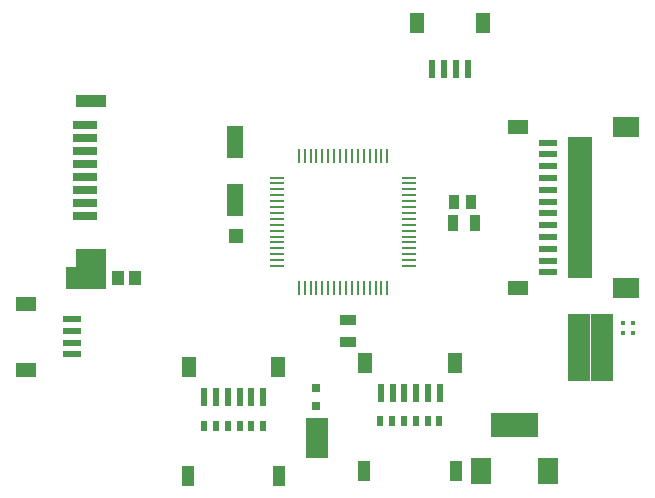
<source format=gtp>
G04*
G04 #@! TF.GenerationSoftware,Altium Limited,Altium Designer,24.7.2 (38)*
G04*
G04 Layer_Color=8421504*
%FSLAX44Y44*%
%MOMM*%
G71*
G04*
G04 #@! TF.SameCoordinates,27BF797F-714E-4A77-BE02-AF934A81444A*
G04*
G04*
G04 #@! TF.FilePolarity,Positive*
G04*
G01*
G75*
%ADD17R,1.0500X1.8000*%
%ADD18R,0.6000X0.9000*%
%ADD19R,1.0500X1.8000*%
%ADD20R,0.6000X0.9000*%
%ADD21R,0.6000X1.5000*%
%ADD22R,1.2000X1.8000*%
G04:AMPARAMS|DCode=23|XSize=0.2125mm|YSize=1.1883mm|CornerRadius=0.1062mm|HoleSize=0mm|Usage=FLASHONLY|Rotation=90.000|XOffset=0mm|YOffset=0mm|HoleType=Round|Shape=RoundedRectangle|*
%AMROUNDEDRECTD23*
21,1,0.2125,0.9758,0,0,90.0*
21,1,0.0000,1.1883,0,0,90.0*
1,1,0.2125,0.4879,0.0000*
1,1,0.2125,0.4879,0.0000*
1,1,0.2125,-0.4879,0.0000*
1,1,0.2125,-0.4879,0.0000*
%
%ADD23ROUNDEDRECTD23*%
G04:AMPARAMS|DCode=24|XSize=1.1883mm|YSize=0.2125mm|CornerRadius=0.1062mm|HoleSize=0mm|Usage=FLASHONLY|Rotation=90.000|XOffset=0mm|YOffset=0mm|HoleType=Round|Shape=RoundedRectangle|*
%AMROUNDEDRECTD24*
21,1,1.1883,0.0000,0,0,90.0*
21,1,0.9758,0.2125,0,0,90.0*
1,1,0.2125,0.0000,0.4879*
1,1,0.2125,0.0000,-0.4879*
1,1,0.2125,0.0000,-0.4879*
1,1,0.2125,0.0000,0.4879*
%
%ADD24ROUNDEDRECTD24*%
%ADD25R,0.2125X1.1883*%
%ADD26R,0.6000X1.5500*%
%ADD27R,0.8000X0.8000*%
%ADD28R,0.9578X1.2621*%
%ADD29R,2.0080X1.1080*%
%ADD30R,1.5500X0.6000*%
%ADD31R,0.4500X0.4500*%
%ADD32R,0.9500X1.4000*%
%ADD33R,2.0000X0.7000*%
%ADD34R,1.4000X0.9500*%
%ADD35R,2.3080X1.7080*%
%ADD36R,1.8000X1.2000*%
%ADD37R,1.2000X1.2000*%
%ADD38R,1.1080X2.0080*%
%ADD39R,1.7080X2.3080*%
%ADD40R,2.6000X1.5000*%
%ADD41R,1.4000X2.7000*%
%ADD42R,2.6000X1.0000*%
%ADD43R,1.9580X1.6580*%
%ADD44R,1.5000X0.6000*%
%ADD45R,1.9080X2.0580*%
%ADD46R,1.1080X1.3080*%
%ADD47R,1.6580X1.9580*%
D17*
X233535Y18460D02*
D03*
X156035D02*
D03*
D18*
X219785Y60460D02*
D03*
X209785D02*
D03*
X199785D02*
D03*
X189785D02*
D03*
X179785D02*
D03*
X169785D02*
D03*
D19*
X382795Y22443D02*
D03*
X305295D02*
D03*
D20*
X369045Y64443D02*
D03*
X359045D02*
D03*
X349045D02*
D03*
X339045D02*
D03*
X329045D02*
D03*
X319045D02*
D03*
D21*
X363015Y362950D02*
D03*
X373015D02*
D03*
X383015D02*
D03*
X393015D02*
D03*
D22*
X350015Y401950D02*
D03*
X406015D02*
D03*
X382417Y113331D02*
D03*
X306417D02*
D03*
X232785Y110024D02*
D03*
X156785D02*
D03*
D23*
X231519Y195766D02*
D03*
Y200766D02*
D03*
X231519Y205766D02*
D03*
X231519Y210765D02*
D03*
Y215766D02*
D03*
Y220766D02*
D03*
Y225765D02*
D03*
Y230765D02*
D03*
Y235766D02*
D03*
X231519Y240765D02*
D03*
X231519Y245766D02*
D03*
Y250766D02*
D03*
Y255766D02*
D03*
Y260765D02*
D03*
Y265766D02*
D03*
Y270766D02*
D03*
X343344D02*
D03*
Y265766D02*
D03*
Y260765D02*
D03*
Y255766D02*
D03*
Y250766D02*
D03*
Y245766D02*
D03*
X343343Y240765D02*
D03*
X343344Y235766D02*
D03*
Y230765D02*
D03*
Y225765D02*
D03*
Y220766D02*
D03*
Y215766D02*
D03*
Y210765D02*
D03*
X343343Y205766D02*
D03*
X343344Y200766D02*
D03*
Y195766D02*
D03*
D24*
X249931Y289178D02*
D03*
X254932D02*
D03*
X259931Y289177D02*
D03*
X264931Y289178D02*
D03*
X269931D02*
D03*
X274932D02*
D03*
X279931D02*
D03*
X284932D02*
D03*
X289932D02*
D03*
X294932Y289177D02*
D03*
X299931Y289178D02*
D03*
X304931D02*
D03*
X309932D02*
D03*
X314931D02*
D03*
X319931D02*
D03*
X324931D02*
D03*
Y177354D02*
D03*
X319931D02*
D03*
X314931D02*
D03*
X309932D02*
D03*
X304931D02*
D03*
X299931D02*
D03*
X294931D02*
D03*
X289932D02*
D03*
X284932D02*
D03*
X279931D02*
D03*
X274932D02*
D03*
X269931D02*
D03*
X264931D02*
D03*
X259931D02*
D03*
X254932D02*
D03*
D25*
X249931D02*
D03*
D26*
X319417Y88082D02*
D03*
X169785Y84774D02*
D03*
X369417Y88082D02*
D03*
X219785Y84774D02*
D03*
X209785D02*
D03*
X199785D02*
D03*
X189785D02*
D03*
X179785D02*
D03*
X359417Y88082D02*
D03*
X349417D02*
D03*
X339417D02*
D03*
X329417D02*
D03*
D27*
X264263Y92282D02*
D03*
Y77282D02*
D03*
D28*
X381631Y250396D02*
D03*
X396175D02*
D03*
D29*
X488342Y190364D02*
D03*
Y300364D02*
D03*
Y290364D02*
D03*
Y280364D02*
D03*
Y270364D02*
D03*
Y260364D02*
D03*
Y250364D02*
D03*
Y240364D02*
D03*
Y230364D02*
D03*
Y220364D02*
D03*
Y210364D02*
D03*
Y200364D02*
D03*
D30*
X460562Y190364D02*
D03*
Y300364D02*
D03*
Y290364D02*
D03*
Y280364D02*
D03*
Y270364D02*
D03*
Y260364D02*
D03*
Y250364D02*
D03*
Y240364D02*
D03*
Y230364D02*
D03*
Y220364D02*
D03*
Y210364D02*
D03*
Y200364D02*
D03*
D31*
X524275Y138726D02*
D03*
Y147225D02*
D03*
X532775D02*
D03*
Y138726D02*
D03*
D32*
X380382Y231864D02*
D03*
X398881D02*
D03*
D33*
X68732Y270869D02*
D03*
Y292869D02*
D03*
Y314869D02*
D03*
Y303869D02*
D03*
Y281869D02*
D03*
Y259869D02*
D03*
Y248869D02*
D03*
Y237869D02*
D03*
D34*
X291845Y149754D02*
D03*
Y131254D02*
D03*
D35*
X527342Y313364D02*
D03*
Y177364D02*
D03*
D36*
X435312Y313364D02*
D03*
Y177364D02*
D03*
X19213Y163926D02*
D03*
Y107927D02*
D03*
D37*
X196733Y221369D02*
D03*
D38*
X447562Y61110D02*
D03*
X417562D02*
D03*
X427562D02*
D03*
X437562D02*
D03*
D39*
X460562Y22110D02*
D03*
X404562D02*
D03*
D40*
X73733Y202369D02*
D03*
D41*
X195732Y300869D02*
D03*
Y251869D02*
D03*
D42*
X73733Y335869D02*
D03*
D43*
X265101Y41599D02*
D03*
Y59099D02*
D03*
D44*
X58214Y140926D02*
D03*
Y120926D02*
D03*
Y150927D02*
D03*
Y130926D02*
D03*
D45*
X487340Y144756D02*
D03*
X506340D02*
D03*
X487262Y126859D02*
D03*
X506263D02*
D03*
X487362Y108747D02*
D03*
X506362D02*
D03*
D46*
X111490Y185884D02*
D03*
X96990D02*
D03*
D47*
X61078Y185386D02*
D03*
X78578D02*
D03*
M02*

</source>
